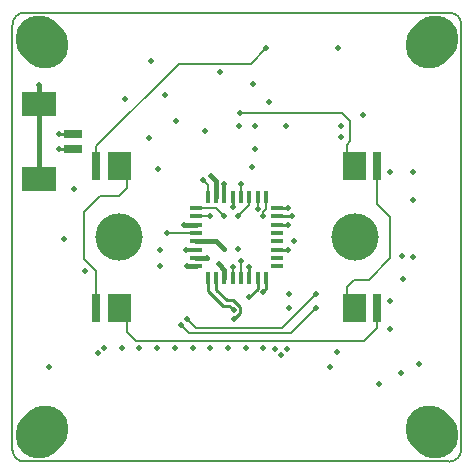
<source format=gtl>
%FSLAX44Y44*%
%MOMM*%
G71*
G01*
G75*
G04 Layer_Physical_Order=1*
G04 Layer_Color=255*
%ADD10R,0.4000X1.0000*%
%ADD11R,1.0000X0.4000*%
%ADD12R,0.7250X2.3500*%
%ADD13R,3.0000X2.1000*%
%ADD14R,1.6000X0.8000*%
%ADD15C,0.2000*%
%ADD16C,0.2540*%
%ADD17C,0.4000*%
%ADD18C,0.3000*%
%ADD19R,1.1000X0.4000*%
%ADD20R,1.9250X2.3500*%
%ADD21C,4.0000*%
G04:AMPARAMS|DCode=22|XSize=4.7mm|YSize=4mm|CornerRadius=2mm|HoleSize=0mm|Usage=FLASHONLY|Rotation=45.000|XOffset=0mm|YOffset=0mm|HoleType=Round|Shape=RoundedRectangle|*
%AMROUNDEDRECTD22*
21,1,4.7000,0.0000,0,0,45.0*
21,1,0.7000,4.0000,0,0,45.0*
1,1,4.0000,0.2475,0.2475*
1,1,4.0000,-0.2475,-0.2475*
1,1,4.0000,-0.2475,-0.2475*
1,1,4.0000,0.2475,0.2475*
%
%ADD22ROUNDEDRECTD22*%
G04:AMPARAMS|DCode=23|XSize=4.7mm|YSize=4mm|CornerRadius=2mm|HoleSize=0mm|Usage=FLASHONLY|Rotation=-45.000|XOffset=0mm|YOffset=0mm|HoleType=Round|Shape=RoundedRectangle|*
%AMROUNDEDRECTD23*
21,1,4.7000,0.0000,0,0,-45.0*
21,1,0.7000,4.0000,0,0,-45.0*
1,1,4.0000,0.2475,-0.2475*
1,1,4.0000,-0.2475,0.2475*
1,1,4.0000,-0.2475,0.2475*
1,1,4.0000,0.2475,-0.2475*
%
%ADD23ROUNDEDRECTD23*%
%ADD24C,0.5000*%
D10*
X24500Y34250D02*
D03*
X17500D02*
D03*
X10500D02*
D03*
X-17500D02*
D03*
X-10500D02*
D03*
X-3500D02*
D03*
X3500D02*
D03*
X24500Y-34250D02*
D03*
X17500D02*
D03*
X10500D02*
D03*
X-17500D02*
D03*
X-10500D02*
D03*
X-3500D02*
D03*
X3500D02*
D03*
X-24500D02*
D03*
Y34250D02*
D03*
D11*
X34250Y-3500D02*
D03*
Y3500D02*
D03*
Y10500D02*
D03*
Y17500D02*
D03*
Y24500D02*
D03*
Y-10500D02*
D03*
Y-17500D02*
D03*
Y-24500D02*
D03*
X-34250D02*
D03*
Y-17500D02*
D03*
Y-10500D02*
D03*
Y24500D02*
D03*
Y17500D02*
D03*
Y10500D02*
D03*
Y3500D02*
D03*
Y-3500D02*
D03*
D12*
X-93000Y60000D02*
D03*
X-119000D02*
D03*
X93000D02*
D03*
X119000D02*
D03*
X93000Y-60000D02*
D03*
X119000D02*
D03*
X-93000D02*
D03*
X-119000D02*
D03*
D13*
X-167750Y112750D02*
D03*
Y49250D02*
D03*
D14*
X-138750Y74750D02*
D03*
Y87250D02*
D03*
D15*
X119000Y-77000D02*
Y-60000D01*
X108000Y-88000D02*
X119000Y-77000D01*
X-85000Y-88000D02*
X108000D01*
X2619Y105000D02*
X89000D01*
X93000Y60000D02*
Y78000D01*
X89000Y105000D02*
X96000Y98000D01*
Y81000D02*
Y98000D01*
X93000Y78000D02*
X96000Y81000D01*
X-34497Y-77000D02*
X38000D01*
X67000Y-48000D01*
X-40497Y-81000D02*
X46000D01*
X67000Y-60000D01*
X-42497Y-69000D02*
X-34497Y-77000D01*
X-47497Y-74000D02*
X-40497Y-81000D01*
X-93000Y-80000D02*
X-85000Y-88000D01*
X-93000Y-80000D02*
Y-60000D01*
X10500Y27000D02*
Y34250D01*
X1000Y17500D02*
X10500Y27000D01*
X-34250Y24500D02*
X-18000D01*
X-11000Y17500D01*
X-34250D02*
X-23000D01*
X119000Y28000D02*
Y60000D01*
Y28000D02*
X130000Y17000D01*
Y-18000D02*
Y17000D01*
X112000Y-36000D02*
X130000Y-18000D01*
X99000Y-36000D02*
X112000D01*
X93000Y-42000D02*
X99000Y-36000D01*
X93000Y-60000D02*
Y-42000D01*
X22000Y16500D02*
Y21000D01*
X24500Y23500D01*
X24000Y34250D02*
Y36000D01*
X24500Y23500D02*
Y34250D01*
X-100000Y35000D02*
X-93000Y42000D01*
X-116000Y35000D02*
X-100000D01*
X-129466Y21534D02*
X-116000Y35000D01*
X-58895Y3500D02*
X-34250D01*
X12000Y147000D02*
X25000Y160000D01*
X-49000Y147000D02*
X12000D01*
X-119000Y77000D02*
X-49000Y147000D01*
X-119000Y60000D02*
Y77000D01*
Y-60000D02*
Y-29000D01*
X-129466Y-18534D02*
X-119000Y-29000D01*
X-129466Y-18534D02*
Y21534D01*
X-93000Y42000D02*
Y60000D01*
X3500Y-34250D02*
Y-20500D01*
X-3500Y-34250D02*
Y-25500D01*
X17500Y23500D02*
Y34250D01*
X-28858Y48517D02*
X-24500Y44159D01*
Y34250D02*
Y44159D01*
X3500Y45000D02*
Y46530D01*
Y34250D02*
Y45000D01*
X-189914Y-180000D02*
G03*
X-179914Y-190000I10000J0D01*
G01*
X-179914Y190000D02*
G03*
X-189914Y180000I0J-10000D01*
G01*
X179914Y-190000D02*
G03*
X189914Y-180000I0J10000D01*
G01*
X190000Y180000D02*
G03*
X180000Y190000I-10000J0D01*
G01*
X-179914Y189914D02*
X180000Y189914D01*
X-179914Y-189914D02*
X179914Y-189914D01*
X-190000Y-180000D02*
Y180000D01*
X190000Y-180000D02*
Y180000D01*
D16*
X24500Y-43431D02*
Y-34250D01*
X21701Y-46230D02*
X24500Y-43431D01*
X17500Y-43500D02*
Y-34250D01*
X10000Y-51000D02*
X17500Y-43500D01*
X-17500Y-44486D02*
X-8526Y-53460D01*
X-2497Y-69000D02*
X2503Y-64000D01*
Y-59503D01*
X-3540Y-53460D02*
X2503Y-59503D01*
X-8526Y-53460D02*
X-3540D01*
X-24500Y-45547D02*
X-12047Y-58000D01*
X-6497D01*
X-2497Y-62000D01*
X-17500Y-44486D02*
Y-34250D01*
X-24500Y-45547D02*
Y-34250D01*
X-151750Y87250D02*
X-138750D01*
X34250Y24500D02*
X43500D01*
X-150750Y74750D02*
X-138750D01*
X-152000Y87000D02*
X-151750Y87250D01*
X34250Y17500D02*
X47069D01*
X34250Y10500D02*
X43500D01*
X10500Y-34250D02*
Y-25500D01*
X34250Y-10500D02*
X43500D01*
X-3500Y25500D02*
Y34250D01*
D17*
X-167750Y112750D02*
Y128750D01*
Y49250D02*
Y112750D01*
X-22000Y52000D02*
X-17500Y47500D01*
Y34250D02*
Y47500D01*
X-15000Y-23000D02*
X-10500Y-27500D01*
Y-34250D02*
Y-27500D01*
X-34250Y-3500D02*
X-17500D01*
X-11000Y-10000D01*
X-34250Y-17500D02*
X-25500D01*
X-42500Y-24500D02*
X-34250D01*
X-44500Y10500D02*
X-34250D01*
D18*
X-10500Y34250D02*
Y45000D01*
X-42888Y-10500D02*
X-34250D01*
D19*
X-23750Y-3500D02*
D03*
D20*
X-100126Y59999D02*
D03*
X100126Y59999D02*
D03*
X100126Y-60001D02*
D03*
X-100124Y-60000D02*
D03*
D21*
X-100000Y0D02*
D03*
X100000D02*
D03*
D22*
X165000Y165000D02*
D03*
X-165000Y-165000D02*
D03*
D23*
X165000D02*
D03*
X-165000Y165000D02*
D03*
D24*
X106500Y103000D02*
D03*
X67000Y-60000D02*
D03*
X-47497Y-74000D02*
D03*
X67000Y-48000D02*
D03*
X-42497Y-69000D02*
D03*
X44000Y-60000D02*
D03*
Y-48000D02*
D03*
X21701Y-46230D02*
D03*
X10000Y-51000D02*
D03*
X1000Y-10000D02*
D03*
X48500Y-3500D02*
D03*
X-23000Y17500D02*
D03*
X-65500Y-24500D02*
D03*
X-58895Y3500D02*
D03*
X-74000Y84000D02*
D03*
X-72795Y149205D02*
D03*
X37500Y-99500D02*
D03*
X42503Y-94497D02*
D03*
X32503Y-94503D02*
D03*
X86000Y160000D02*
D03*
X-14500Y139500D02*
D03*
X14000Y130000D02*
D03*
X27000Y114000D02*
D03*
X2619Y105000D02*
D03*
X-51500Y98500D02*
D03*
X25000Y160000D02*
D03*
X-167750Y128750D02*
D03*
X130000Y-78000D02*
D03*
X149000Y-17000D02*
D03*
X43500Y24500D02*
D03*
X149000Y31500D02*
D03*
X-95000Y117000D02*
D03*
X-117497Y-98503D02*
D03*
X-61000Y120500D02*
D03*
X-150750Y74750D02*
D03*
Y87000D02*
D03*
X-146000Y-2000D02*
D03*
X-128498Y-28500D02*
D03*
X1700Y93700D02*
D03*
X-27000Y90000D02*
D03*
X-22000Y52000D02*
D03*
X-65500Y-10500D02*
D03*
X47069Y17500D02*
D03*
X43500Y10500D02*
D03*
X42000Y94000D02*
D03*
X-158938Y-109938D02*
D03*
X78938Y-109938D02*
D03*
X139500Y-16000D02*
D03*
X88500Y84500D02*
D03*
X120500Y-124500D02*
D03*
X-15000Y-23000D02*
D03*
X-11000Y-10000D02*
D03*
X-112497Y-93497D02*
D03*
X-97497D02*
D03*
X-82497D02*
D03*
X-67497D02*
D03*
X-52497D02*
D03*
X-37497D02*
D03*
X-22497D02*
D03*
X3500Y-20500D02*
D03*
X-3500Y-25500D02*
D03*
X-7497Y-93497D02*
D03*
X-2497Y-69000D02*
D03*
Y-62000D02*
D03*
X7503Y-93497D02*
D03*
X22503D02*
D03*
X22000Y17500D02*
D03*
X17500Y23500D02*
D03*
X-137620Y40620D02*
D03*
X15500Y94000D02*
D03*
Y75000D02*
D03*
X154500Y-107500D02*
D03*
X130000Y55500D02*
D03*
X149000D02*
D03*
X130000Y-54000D02*
D03*
X140420Y-35500D02*
D03*
X84500Y-97000D02*
D03*
X-25500Y-17500D02*
D03*
X-42500Y-24500D02*
D03*
X10500Y-25500D02*
D03*
X43500Y-10500D02*
D03*
X12500Y59500D02*
D03*
X-67000Y58000D02*
D03*
X-44500Y10500D02*
D03*
X-28858Y48517D02*
D03*
X3500Y45000D02*
D03*
X-3500Y25500D02*
D03*
X-10500Y45000D02*
D03*
X1000Y17500D02*
D03*
X-11000D02*
D03*
X-42888Y-10500D02*
D03*
X139000Y-115000D02*
D03*
X88500Y94000D02*
D03*
M02*

</source>
